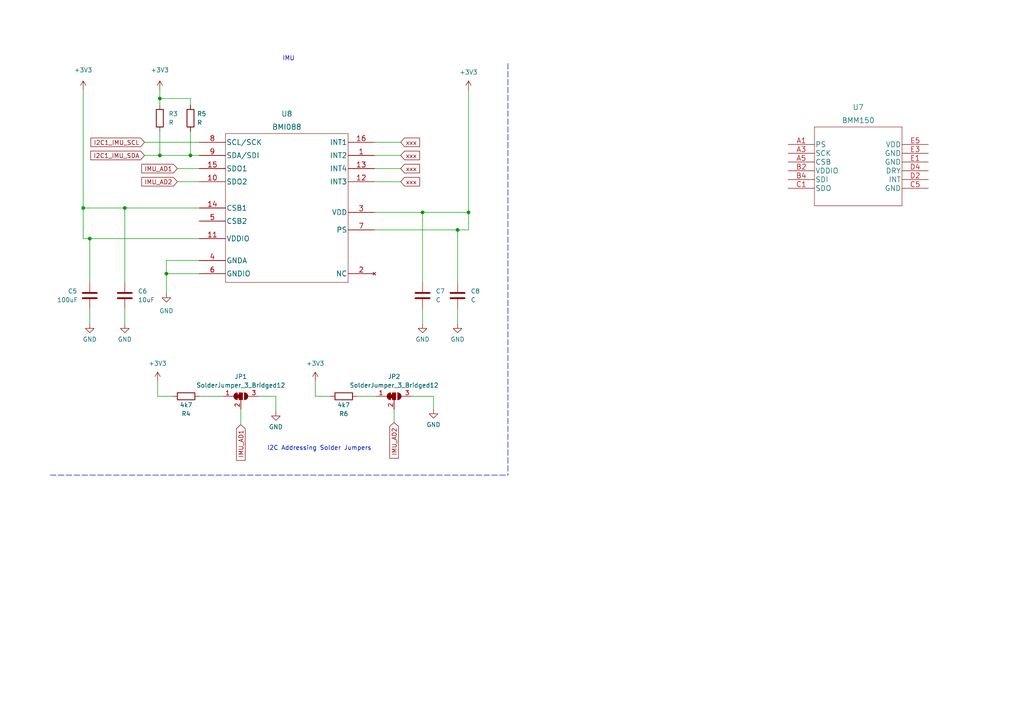
<source format=kicad_sch>
(kicad_sch (version 20211123) (generator eeschema)
  (paper "A4")
  (lib_symbols
    (symbol "2023-03-19_20-39-28:BMM150" (pin_names (offset 0.254))
      (property "Reference" "U" (at 20.32 10.16 0))
      (property "Value" "BMM150" (at 20.32 7.62 0))
      (symbol "BMM150_1_1"
        (polyline (pts (xy 7.62 -17.78) (xy 33.02 -17.78)) (stroke (width 0.127)))
        (polyline (pts (xy 7.62 5.08) (xy 7.62 -17.78)) (stroke (width 0.127)))
        (polyline (pts (xy 33.02 -17.78) (xy 33.02 5.08)) (stroke (width 0.127)))
        (polyline (pts (xy 33.02 5.08) (xy 7.62 5.08)) (stroke (width 0.127)))
        (pin input line (at 0 0 0) (length 7.62) (name "PS") (number "A1"))
        (pin input line (at 0 -2.54 0) (length 7.62) (name "SCK") (number "A3"))
        (pin input line (at 0 -5.08 0) (length 7.62) (name "CSB") (number "A5"))
        (pin power_in line (at 0 -7.62 0) (length 7.62) (name "VDDIO") (number "B2"))
        (pin bidirectional line (at 0 -10.16 0) (length 7.62) (name "SDI") (number "B4"))
        (pin output line (at 0 -12.7 0) (length 7.62) (name "SDO") (number "C1"))
        (pin power_in line (at 40.64 -12.7 180) (length 7.62) (name "GND") (number "C5"))
        (pin output line (at 40.64 -10.16 180) (length 7.62) (name "INT") (number "D2"))
        (pin output line (at 40.64 -7.62 180) (length 7.62) (name "DRY") (number "D4"))
        (pin power_in line (at 40.64 -5.08 180) (length 7.62) (name "GND") (number "E1"))
        (pin power_in line (at 40.64 -2.54 180) (length 7.62) (name "GND") (number "E3"))
        (pin power_in line (at 40.64 0 180) (length 7.62) (name "VDD") (number "E5"))
      )
    )
    (symbol "2023-03-19_20-48-56:BMI088" (pin_names (offset 0.254))
      (property "Reference" "U8" (at 25.4 10.795 0))
      (property "Value" "BMI088" (at 25.4 6.985 0))
      (symbol "BMI088_1_1"
        (polyline (pts (xy 7.62 -38.1) (xy 43.18 -38.1)) (stroke (width 0.127)))
        (polyline (pts (xy 7.62 5.08) (xy 7.62 -38.1)) (stroke (width 0.127)))
        (polyline (pts (xy 43.18 -38.1) (xy 43.18 5.08)) (stroke (width 0.127)))
        (polyline (pts (xy 43.18 5.08) (xy 7.62 5.08)) (stroke (width 0.127)))
        (pin bidirectional line (at 50.8 -1.27 180) (length 7.62) (name "INT2") (number "1"))
        (pin bidirectional line (at 0 -8.89 0) (length 7.62) (name "SDO2") (number "10"))
        (pin power_in line (at 0 -25.4 0) (length 7.62) (name "VDDIO") (number "11"))
        (pin bidirectional line (at 50.8 -8.89 180) (length 7.62) (name "INT3") (number "12"))
        (pin bidirectional line (at 50.8 -5.08 180) (length 7.62) (name "INT4") (number "13"))
        (pin bidirectional line (at 0 -16.51 0) (length 7.62) (name "CSB1") (number "14"))
        (pin bidirectional line (at 0 -5.08 0) (length 7.62) (name "SDO1") (number "15"))
        (pin bidirectional line (at 50.8 2.54 180) (length 7.62) (name "INT1") (number "16"))
        (pin no_connect line (at 50.8 -35.56 180) (length 7.62) (name "NC") (number "2"))
        (pin power_in line (at 50.8 -17.78 180) (length 7.62) (name "VDD") (number "3"))
        (pin power_in line (at 0 -31.75 0) (length 7.62) (name "GNDA") (number "4"))
        (pin bidirectional line (at 0 -20.32 0) (length 7.62) (name "CSB2") (number "5"))
        (pin power_in line (at 0 -35.56 0) (length 7.62) (name "GNDIO") (number "6"))
        (pin unspecified line (at 50.8 -22.86 180) (length 7.62) (name "PS") (number "7"))
        (pin unspecified line (at 0 2.54 0) (length 7.62) (name "SCL/SCK") (number "8"))
        (pin unspecified line (at 0 -1.27 0) (length 7.62) (name "SDA/SDI") (number "9"))
      )
    )
    (symbol "Device:C" (pin_numbers hide) (pin_names (offset 0.254))
      (property "Reference" "C" (at 0.635 2.54 0))
      (property "Value" "C" (at 0.635 -2.54 0))
      (symbol "C_0_1"
        (polyline (pts (xy -2.032 -0.762) (xy 2.032 -0.762)) (stroke (width 0.508)))
        (polyline (pts (xy -2.032 0.762) (xy 2.032 0.762)) (stroke (width 0.508)))
      )
      (symbol "C_1_1"
        (pin passive line (at 0 3.81 270) (length 2.794) (name "~") (number "1"))
        (pin passive line (at 0 -3.81 90) (length 2.794) (name "~") (number "2"))
      )
    )
    (symbol "Device:R" (pin_numbers hide) (pin_names (offset 0))
      (property "Reference" "R" (at 2.032 0 90))
      (property "Value" "R" (at 0 0 90))
      (symbol "R_0_1"
        (rectangle (start -1.016 -2.54) (end 1.016 2.54) (stroke (width 0.254)))
      )
      (symbol "R_1_1"
        (pin passive line (at 0 3.81 270) (length 1.27) (name "~") (number "1"))
        (pin passive line (at 0 -3.81 90) (length 1.27) (name "~") (number "2"))
      )
    )
    (symbol "Jumper:SolderJumper_3_Bridged12" (pin_names (offset 0) hide)
      (property "Reference" "JP" (at -2.54 -2.54 0))
      (property "Value" "SolderJumper_3_Bridged12" (at 0 2.794 0))
      (symbol "SolderJumper_3_Bridged12_0_1"
        (rectangle (start -1.016 0.508) (end -0.508 -0.508) (fill (type outline)))
        (arc (start -1.016 1.016) (mid -2.032 0) (end -1.016 -1.016))
        (arc (start -1.016 1.016) (mid -2.032 0) (end -1.016 -1.016) (fill (type outline)))
        (rectangle (start -0.508 1.016) (end 0.508 -1.016) (fill (type outline)))
        (polyline (pts (xy -2.54 0) (xy -2.032 0)))
        (polyline (pts (xy -1.016 1.016) (xy -1.016 -1.016)))
        (polyline (pts (xy 0 -1.27) (xy 0 -1.016)))
        (polyline (pts (xy 1.016 1.016) (xy 1.016 -1.016)))
        (polyline (pts (xy 2.54 0) (xy 2.032 0)))
        (arc (start 1.016 -1.016) (mid 2.032 0) (end 1.016 1.016))
        (arc (start 1.016 -1.016) (mid 2.032 0) (end 1.016 1.016) (fill (type outline)))
      )
      (symbol "SolderJumper_3_Bridged12_1_1"
        (pin passive line (at -5.08 0 0) (length 2.54) (name "A") (number "1"))
        (pin passive line (at 0 -3.81 90) (length 2.54) (name "C") (number "2"))
        (pin passive line (at 5.08 0 180) (length 2.54) (name "B") (number "3"))
      )
    )
    (symbol "power:+3V3" (power) (pin_names (offset 0))
      (property "Value" "+3V3" (at 0 3.556 0))
      (symbol "+3V3_0_1"
        (polyline (pts (xy -0.762 1.27) (xy 0 2.54)))
        (polyline (pts (xy 0 0) (xy 0 2.54)))
        (polyline (pts (xy 0 2.54) (xy 0.762 1.27)))
      )
      (symbol "+3V3_1_1"
        (pin power_in line (at 0 0 90) (length 0) hide (name "+3V3") (number "1"))
      )
    )
    (symbol "power:GND" (power) (pin_names (offset 0))
      (property "Value" "GND" (at 0 -3.81 0))
      (symbol "GND_0_1"
        (polyline (pts (xy 0 0) (xy 0 -1.27) (xy 1.27 -1.27) (xy 0 -2.54) (xy -1.27 -1.27) (xy 0 -1.27)))
      )
      (symbol "GND_1_1"
        (pin power_in line (at 0 0 270) (length 0) hide (name "GND") (number "1"))
      )
    )
  )
  (junction (at 132.715 66.675))
  (junction (at 46.355 28.575))
  (junction (at 46.355 45.085))
  (junction (at 48.26 79.375))
  (junction (at 36.195 60.325))
  (junction (at 122.555 61.595))
  (junction (at 55.245 45.085))
  (junction (at 26.035 69.215))
  (junction (at 135.89 61.595))
  (junction (at 24.13 60.325))
  (wire (pts (xy 41.91 45.085) (xy 46.355 45.085)))
  (polyline (pts (xy 147.32 18.415) (xy 147.32 137.795)))
  (wire (pts (xy 46.355 45.085) (xy 55.245 45.085)))
  (wire (pts (xy 132.715 89.535) (xy 132.715 93.98)))
  (wire (pts (xy 122.555 61.595) (xy 135.89 61.595)))
  (wire (pts (xy 108.585 52.705) (xy 116.205 52.705)))
  (wire (pts (xy 135.89 61.595) (xy 135.89 66.675)))
  (wire (pts (xy 51.435 52.705) (xy 57.785 52.705)))
  (wire (pts (xy 55.245 38.1) (xy 55.245 45.085)))
  (wire (pts (xy 91.44 114.935) (xy 91.44 110.49)))
  (wire (pts (xy 55.245 30.48) (xy 55.245 28.575)))
  (wire (pts (xy 122.555 89.535) (xy 122.555 93.98)))
  (wire (pts (xy 69.85 118.745) (xy 69.85 123.19)))
  (polyline (pts (xy 14.605 137.795) (xy 147.32 137.795)))
  (wire (pts (xy 114.3 118.745) (xy 114.3 122.555)))
  (wire (pts (xy 48.26 79.375) (xy 48.26 85.09)))
  (wire (pts (xy 80.01 114.935) (xy 80.01 119.38)))
  (wire (pts (xy 108.585 41.275) (xy 116.205 41.275)))
  (wire (pts (xy 57.785 75.565) (xy 48.26 75.565)))
  (wire (pts (xy 26.035 69.215) (xy 26.035 81.915)))
  (wire (pts (xy 50.165 114.935) (xy 45.72 114.935)))
  (wire (pts (xy 108.585 66.675) (xy 132.715 66.675)))
  (wire (pts (xy 55.245 45.085) (xy 57.785 45.085)))
  (wire (pts (xy 57.785 114.935) (xy 64.77 114.935)))
  (wire (pts (xy 24.13 26.035) (xy 24.13 60.325)))
  (wire (pts (xy 24.13 60.325) (xy 24.13 69.215)))
  (wire (pts (xy 26.035 89.535) (xy 26.035 93.98)))
  (wire (pts (xy 122.555 61.595) (xy 122.555 81.915)))
  (wire (pts (xy 46.355 26.035) (xy 46.355 28.575)))
  (wire (pts (xy 74.93 114.935) (xy 80.01 114.935)))
  (wire (pts (xy 108.585 48.895) (xy 116.205 48.895)))
  (wire (pts (xy 108.585 61.595) (xy 122.555 61.595)))
  (wire (pts (xy 26.035 69.215) (xy 57.785 69.215)))
  (wire (pts (xy 45.72 114.935) (xy 45.72 110.49)))
  (wire (pts (xy 125.73 114.935) (xy 119.38 114.935)))
  (wire (pts (xy 36.195 89.535) (xy 36.195 93.98)))
  (wire (pts (xy 36.195 60.325) (xy 24.13 60.325)))
  (wire (pts (xy 95.885 114.935) (xy 91.44 114.935)))
  (wire (pts (xy 125.73 118.745) (xy 125.73 114.935)))
  (wire (pts (xy 51.435 48.895) (xy 57.785 48.895)))
  (wire (pts (xy 48.26 75.565) (xy 48.26 79.375)))
  (wire (pts (xy 41.91 41.275) (xy 57.785 41.275)))
  (wire (pts (xy 132.715 66.675) (xy 132.715 81.915)))
  (wire (pts (xy 24.13 69.215) (xy 26.035 69.215)))
  (wire (pts (xy 108.585 45.085) (xy 116.205 45.085)))
  (wire (pts (xy 103.505 114.935) (xy 109.22 114.935)))
  (wire (pts (xy 57.785 79.375) (xy 48.26 79.375)))
  (wire (pts (xy 46.355 28.575) (xy 46.355 30.48)))
  (wire (pts (xy 135.89 26.035) (xy 135.89 61.595)))
  (wire (pts (xy 57.785 60.325) (xy 36.195 60.325)))
  (wire (pts (xy 36.195 60.325) (xy 36.195 81.915)))
  (wire (pts (xy 132.715 66.675) (xy 135.89 66.675)))
  (wire (pts (xy 55.245 28.575) (xy 46.355 28.575)))
  (wire (pts (xy 46.355 38.1) (xy 46.355 45.085)))
  (text "IMU" (at 81.915 17.78 0) (effects (font (size 1.27 1.27)) (justify left bottom)))
  (text "I2C Addressing Solder Jumpers" (at 77.47 130.81 0) (effects (font (size 1.27 1.27)) (justify left bottom)))
  (global_label "xxx" (shape input) (at 116.205 52.705 0) (property "Intersheet References" "${INTERSHEET_REFS}" (effects hide)))
  (global_label "IMU_AD2" (shape input) (at 114.3 122.555 270) (property "Intersheet References" "${INTERSHEET_REFS}" (effects hide)))
  (global_label "I2C1_IMU_SDA" (shape input) (at 41.91 45.085 180) (property "Intersheet References" "${INTERSHEET_REFS}" (effects hide)))
  (global_label "I2C1_IMU_SCL" (shape input) (at 41.91 41.275 180) (property "Intersheet References" "${INTERSHEET_REFS}" (effects hide)))
  (global_label "xxx" (shape input) (at 116.205 48.895 0) (property "Intersheet References" "${INTERSHEET_REFS}" (effects hide)))
  (global_label "xxx" (shape input) (at 116.205 41.275 0) (property "Intersheet References" "${INTERSHEET_REFS}" (effects hide)))
  (global_label "IMU_AD1" (shape input) (at 51.435 48.895 180) (property "Intersheet References" "${INTERSHEET_REFS}" (effects hide)))
  (global_label "IMU_AD1" (shape input) (at 69.85 123.19 270) (property "Intersheet References" "${INTERSHEET_REFS}" (effects hide)))
  (global_label "xxx" (shape input) (at 116.205 45.085 0) (property "Intersheet References" "${INTERSHEET_REFS}" (effects hide)))
  (global_label "IMU_AD2" (shape input) (at 51.435 52.705 180) (property "Intersheet References" "${INTERSHEET_REFS}" (effects hide)))
  (symbol (lib_id "power:GND") (at 48.26 85.09 0) (unit 1)
    (property "Reference" "#PWR015" (effects hide))
    (property "Value" "GND" (at 48.26 90.17 0))
  )
  (symbol (lib_id "Device:C") (at 132.715 85.725 0) (unit 1)
    (property "Reference" "C8" (at 136.525 84.4549 0) (effects (justify left)))
    (property "Value" "C" (at 136.525 86.9949 0) (effects (justify left)))
    (property "Footprint" "Capacitor_SMD:C_1206_3216Metric" (effects hide))
  )
  (symbol (lib_id "power:GND") (at 125.73 118.745 0) (unit 1)
    (property "Reference" "#PWR028" (effects hide))
    (property "Value" "GND" (at 125.73 123.19 0))
  )
  (symbol (lib_id "Device:C") (at 36.195 85.725 0) (unit 1)
    (property "Reference" "C6" (at 40.005 84.4549 0) (effects (justify left)))
    (property "Value" "10uF" (at 40.005 86.9949 0) (effects (justify left)))
    (property "Footprint" "Capacitor_SMD:C_1206_3216Metric" (effects hide))
  )
  (symbol (lib_id "Device:C") (at 26.035 85.725 0) (unit 1)
    (property "Reference" "C5" (at 19.685 84.455 0) (effects (justify left)))
    (property "Value" "100uF" (at 16.51 86.995 0) (effects (justify left)))
    (property "Footprint" "Capacitor_SMD:C_1206_3216Metric" (effects hide))
  )
  (symbol (lib_id "2023-03-19_20-48-56:BMI088") (at 57.785 43.815 0) (unit 1)
    (property "Reference" "U8" (at 83.185 33.02 0) (effects (font (size 1.524 1.524))))
    (property "Value" "BMI088" (at 83.185 36.83 0) (effects (font (size 1.524 1.524))))
    (property "Footprint" "KiCAD Footprints:BMI088" (effects hide))
    (property "Datasheet" "https://www.bosch-sensortec.com/media/boschsensortec/downloads/datasheets/bst-bmi088-ds001.pdf" (effects hide))
  )
  (symbol (lib_id "Device:R") (at 55.245 34.29 0) (unit 1)
    (property "Reference" "R5" (at 57.15 33.0199 0) (effects (justify left)))
    (property "Value" "R" (at 57.15 35.5599 0) (effects (justify left)))
    (property "Footprint" "Resistor_SMD:R_1206_3216Metric" (effects hide))
  )
  (symbol (lib_id "Device:R") (at 99.695 114.935 270) (unit 1)
    (property "Reference" "R6" (at 99.695 120.015 90))
    (property "Value" "4k7" (at 99.695 117.475 90))
    (property "Footprint" "Resistor_SMD:R_1206_3216Metric" (effects hide))
  )
  (symbol (lib_id "power:+3V3") (at 135.89 26.035 0) (unit 1)
    (property "Reference" "#PWR030" (effects hide))
    (property "Value" "+3V3" (at 135.89 20.955 0))
  )
  (symbol (lib_id "2023-03-19_20-39-28:BMM150") (at 228.6 41.91 0) (unit 1)
    (property "Reference" "U7" (at 248.92 31.115 0) (effects (font (size 1.524 1.524))))
    (property "Value" "BMM150" (at 248.92 34.925 0) (effects (font (size 1.524 1.524))))
    (property "Footprint" "BMM150:BMM150" (effects hide))
    (property "Datasheet" "https://www.bosch-sensortec.com/media/boschsensortec/downloads/datasheets/bst-bmm150-ds001.pdf" (effects hide))
  )
  (symbol (lib_id "power:GND") (at 36.195 93.98 0) (unit 1)
    (property "Reference" "#PWR010" (effects hide))
    (property "Value" "GND" (at 36.195 98.425 0))
  )
  (symbol (lib_id "Device:R") (at 46.355 34.29 0) (unit 1)
    (property "Reference" "R3" (at 48.895 33.0199 0) (effects (justify left)))
    (property "Value" "R" (at 48.895 35.5599 0) (effects (justify left)))
    (property "Footprint" "Resistor_SMD:R_1206_3216Metric" (effects hide))
  )
  (symbol (lib_id "Device:R") (at 53.975 114.935 270) (unit 1)
    (property "Reference" "R4" (at 53.975 120.015 90))
    (property "Value" "4k7" (at 53.975 117.475 90))
    (property "Footprint" "Resistor_SMD:R_1206_3216Metric" (effects hide))
  )
  (symbol (lib_id "power:+3V3") (at 24.13 26.035 0) (unit 1)
    (property "Reference" "#PWR08" (effects hide))
    (property "Value" "+3V3" (at 24.13 20.32 0))
  )
  (symbol (lib_id "Device:C") (at 122.555 85.725 0) (unit 1)
    (property "Reference" "C7" (at 126.365 84.4549 0) (effects (justify left)))
    (property "Value" "C" (at 126.365 86.9949 0) (effects (justify left)))
    (property "Footprint" "Capacitor_SMD:C_1206_3216Metric" (effects hide))
  )
  (symbol (lib_id "power:GND") (at 80.01 119.38 0) (unit 1)
    (property "Reference" "#PWR025" (effects hide))
    (property "Value" "GND" (at 80.01 123.825 0))
  )
  (symbol (lib_id "power:GND") (at 122.555 93.98 0) (unit 1)
    (property "Reference" "#PWR027" (effects hide))
    (property "Value" "GND" (at 122.555 98.425 0))
  )
  (symbol (lib_id "Jumper:SolderJumper_3_Bridged12") (at 114.3 114.935 0) (unit 1)
    (property "Reference" "JP2" (at 114.3 109.22 0))
    (property "Value" "SolderJumper_3_Bridged12" (at 114.3 111.76 0))
    (property "Footprint" "Jumper:SolderJumper-3_P1.3mm_Open_Pad1.0x1.5mm_NumberLabels" (effects hide))
  )
  (symbol (lib_id "power:+3V3") (at 46.355 26.035 0) (unit 1)
    (property "Reference" "#PWR014" (effects hide))
    (property "Value" "+3V3" (at 46.355 20.32 0))
  )
  (symbol (lib_id "power:GND") (at 132.715 93.98 0) (unit 1)
    (property "Reference" "#PWR029" (effects hide))
    (property "Value" "GND" (at 132.715 98.425 0))
  )
  (symbol (lib_id "power:+3V3") (at 91.44 110.49 0) (unit 1)
    (property "Reference" "#PWR026" (effects hide))
    (property "Value" "+3V3" (at 91.44 105.41 0))
  )
  (symbol (lib_id "Jumper:SolderJumper_3_Bridged12") (at 69.85 114.935 0) (unit 1)
    (property "Reference" "JP1" (at 69.85 109.22 0))
    (property "Value" "SolderJumper_3_Bridged12" (at 69.85 111.76 0))
    (property "Footprint" "Jumper:SolderJumper-3_P1.3mm_Open_Pad1.0x1.5mm_NumberLabels" (effects hide))
  )
  (symbol (lib_id "power:+3V3") (at 45.72 110.49 0) (unit 1)
    (property "Reference" "#PWR011" (effects hide))
    (property "Value" "+3V3" (at 45.72 105.41 0))
  )
  (symbol (lib_id "power:GND") (at 26.035 93.98 0) (unit 1)
    (property "Reference" "#PWR09" (effects hide))
    (property "Value" "GND" (at 26.035 98.425 0))
  )
)
</source>
